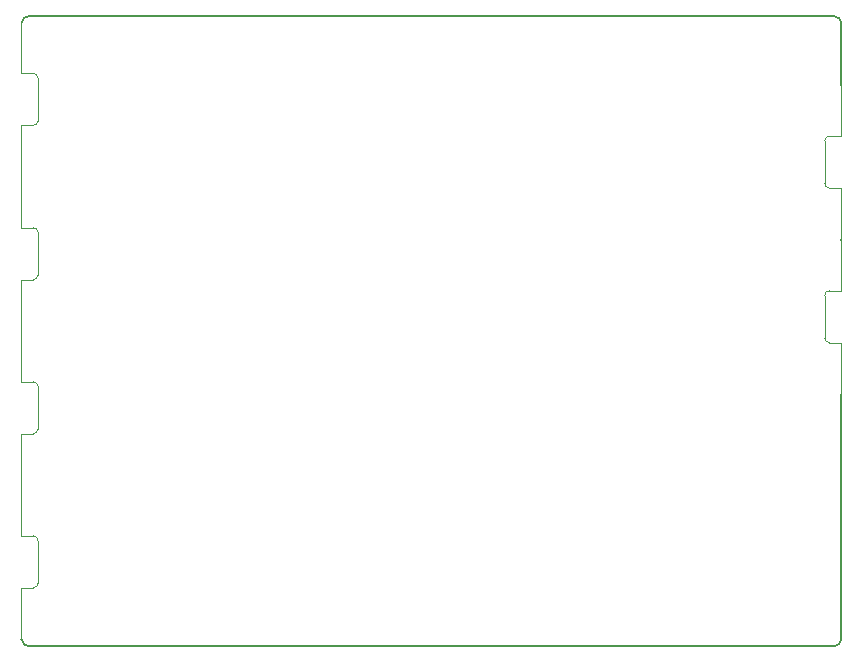
<source format=gbr>
%TF.GenerationSoftware,KiCad,Pcbnew,8.0.5*%
%TF.CreationDate,2024-10-10T20:00:25+01:00*%
%TF.ProjectId,ArduinoClockGenShield,41726475-696e-46f4-936c-6f636b47656e,rev?*%
%TF.SameCoordinates,Original*%
%TF.FileFunction,Profile,NP*%
%FSLAX46Y46*%
G04 Gerber Fmt 4.6, Leading zero omitted, Abs format (unit mm)*
G04 Created by KiCad (PCBNEW 8.0.5) date 2024-10-10 20:00:25*
%MOMM*%
%LPD*%
G01*
G04 APERTURE LIST*
%TA.AperFunction,Profile*%
%ADD10C,0.150000*%
%TD*%
%TA.AperFunction,Profile*%
%ADD11C,0.120000*%
%TD*%
G04 APERTURE END LIST*
D10*
X99100000Y-99350000D02*
X99094264Y-99400000D01*
X167900000Y-100000000D02*
X99794264Y-100000000D01*
X99704264Y-46660000D02*
X167900000Y-46660000D01*
X168500000Y-99400000D02*
X168500000Y-78600000D01*
X99794264Y-100000000D02*
G75*
G02*
X99094303Y-99399997I-49964J650000D01*
G01*
X168500000Y-47210000D02*
X168500000Y-52500000D01*
X167900000Y-46660000D02*
G75*
G02*
X168500000Y-47210000I25000J-575000D01*
G01*
X168500000Y-65500000D02*
X168500000Y-65600000D01*
X99104264Y-47210000D02*
G75*
G02*
X99704266Y-46659963I575036J-25000D01*
G01*
X168500000Y-99400000D02*
G75*
G02*
X167900000Y-100000000I-600000J0D01*
G01*
D11*
%TO.C,J10*%
X167100000Y-57200000D02*
X167100000Y-60800000D01*
X167500000Y-56800000D02*
X168500000Y-56800000D01*
X167500000Y-61200000D02*
X168500000Y-61200000D01*
X168500000Y-56800000D02*
X168500000Y-52500000D01*
X168500000Y-61200000D02*
X168500000Y-65500000D01*
X167100000Y-57200000D02*
G75*
G02*
X167500000Y-56800000I400000J0D01*
G01*
X167500000Y-61200000D02*
G75*
G02*
X167100000Y-60800000I2J400002D01*
G01*
%TO.C,J8*%
X99100000Y-90650000D02*
X99100000Y-86350000D01*
X99100000Y-95050000D02*
X99100000Y-99350000D01*
X100100000Y-90650000D02*
X99100000Y-90650000D01*
X100100000Y-95050000D02*
X99100000Y-95050000D01*
X100500000Y-94650000D02*
X100500000Y-91050000D01*
X100100000Y-90650000D02*
G75*
G02*
X100500000Y-91050000I-2J-400002D01*
G01*
X100500000Y-94650000D02*
G75*
G02*
X100100000Y-95050000I-400000J0D01*
G01*
%TO.C,J9*%
X167100000Y-70300000D02*
X167100000Y-73900000D01*
X167500000Y-69900000D02*
X168500000Y-69900000D01*
X167500000Y-74300000D02*
X168500000Y-74300000D01*
X168500000Y-69900000D02*
X168500000Y-65600000D01*
X168500000Y-74300000D02*
X168500000Y-78600000D01*
X167100000Y-70300000D02*
G75*
G02*
X167500000Y-69900000I400000J0D01*
G01*
X167500000Y-74300000D02*
G75*
G02*
X167100000Y-73900000I2J400002D01*
G01*
%TO.C,J6*%
X99100000Y-64550000D02*
X99100000Y-60250000D01*
X99100000Y-68950000D02*
X99100000Y-73250000D01*
X100100000Y-64550000D02*
X99100000Y-64550000D01*
X100100000Y-68950000D02*
X99100000Y-68950000D01*
X100500000Y-68550000D02*
X100500000Y-64950000D01*
X100100000Y-64550000D02*
G75*
G02*
X100500000Y-64950000I-2J-400002D01*
G01*
X100500000Y-68550000D02*
G75*
G02*
X100100000Y-68950000I-400000J0D01*
G01*
%TO.C,J5*%
X99100000Y-51500000D02*
X99100000Y-47200000D01*
X99100000Y-55900000D02*
X99100000Y-60200000D01*
X100100000Y-51500000D02*
X99100000Y-51500000D01*
X100100000Y-55900000D02*
X99100000Y-55900000D01*
X100500000Y-55500000D02*
X100500000Y-51900000D01*
X100100000Y-51500000D02*
G75*
G02*
X100500000Y-51900000I-2J-400002D01*
G01*
X100500000Y-55500000D02*
G75*
G02*
X100100000Y-55900000I-400000J0D01*
G01*
%TO.C,J7*%
X99100000Y-77600000D02*
X99100000Y-73300000D01*
X99100000Y-82000000D02*
X99100000Y-86300000D01*
X100100000Y-77600000D02*
X99100000Y-77600000D01*
X100100000Y-82000000D02*
X99100000Y-82000000D01*
X100500000Y-81600000D02*
X100500000Y-78000000D01*
X100100000Y-77600000D02*
G75*
G02*
X100500000Y-78000000I-2J-400002D01*
G01*
X100500000Y-81600000D02*
G75*
G02*
X100100000Y-82000000I-400000J0D01*
G01*
%TD*%
M02*

</source>
